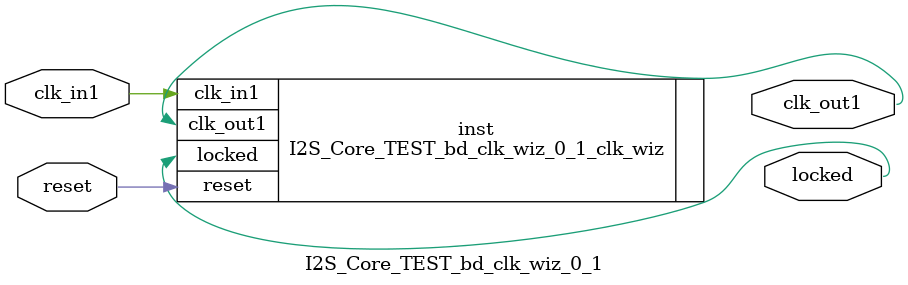
<source format=v>


`timescale 1ps/1ps

(* CORE_GENERATION_INFO = "I2S_Core_TEST_bd_clk_wiz_0_1,clk_wiz_v6_0_5_0_0,{component_name=I2S_Core_TEST_bd_clk_wiz_0_1,use_phase_alignment=true,use_min_o_jitter=false,use_max_i_jitter=false,use_dyn_phase_shift=false,use_inclk_switchover=false,use_dyn_reconfig=false,enable_axi=0,feedback_source=FDBK_AUTO,PRIMITIVE=PLL,num_out_clk=1,clkin1_period=8.000,clkin2_period=10.0,use_power_down=false,use_reset=true,use_locked=true,use_inclk_stopped=false,feedback_type=SINGLE,CLOCK_MGR_TYPE=NA,manual_override=false}" *)

module I2S_Core_TEST_bd_clk_wiz_0_1 
 (
  // Clock out ports
  output        clk_out1,
  // Status and control signals
  input         reset,
  output        locked,
 // Clock in ports
  input         clk_in1
 );

  I2S_Core_TEST_bd_clk_wiz_0_1_clk_wiz inst
  (
  // Clock out ports  
  .clk_out1(clk_out1),
  // Status and control signals               
  .reset(reset), 
  .locked(locked),
 // Clock in ports
  .clk_in1(clk_in1)
  );

endmodule

</source>
